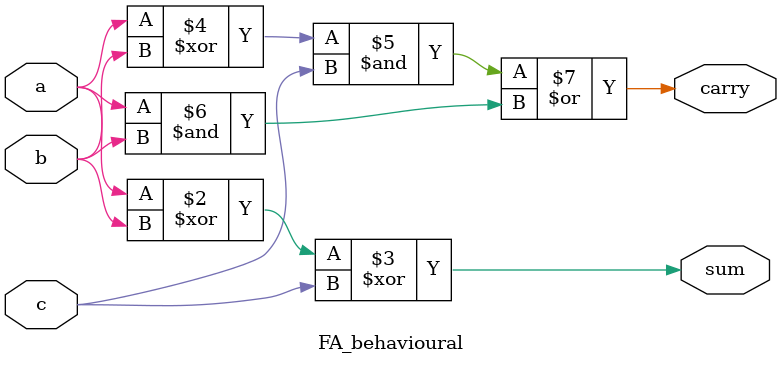
<source format=v>
`timescale 1ns / 1ps


module FA_behavioural(input a,
    input b,
    input c,
    output reg sum,
    output reg carry
    );
    always @(*)
    begin 
    sum = (a^b)^c; 
    carry = (a^b)&c | a&b;
    end
endmodule

</source>
